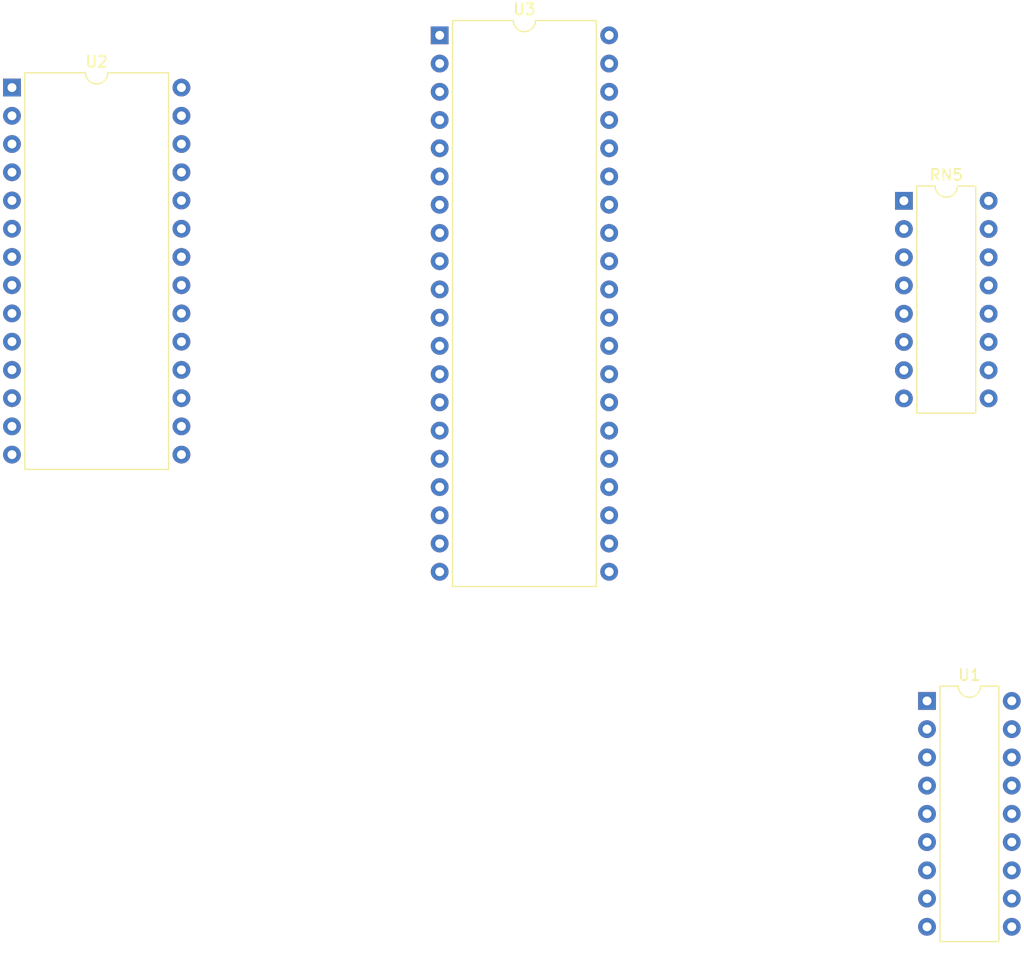
<source format=kicad_pcb>
(kicad_pcb (version 20221018) (generator pcbnew)
  (layers (0 "F.Cu" signal) (31 "B.Cu" signal) (34 "B.Paste" user) (35 "F.Paste" user) (36 "B.SilkS" user "B.Silkscreen") (37 "F.SilkS" user "F.Silkscreen") (38 "B.Mask" user) (39 "F.Mask" user) (44 "Edge.Cuts" user))
  (net 0 "")
  (net 33 "~{INTRCS}'")
  (net 34 "~{XIOW}'")
  (net 35 "~{XIOR}'")
  (net 36 "XD7")
  (net 37 "XD6")
  (net 38 "XD5")
  (net 39 "XD4")
  (net 40 "XD3")
  (net 41 "XD2")
  (net 42 "XD1")
  (net 43 "XD0")
  (net 46 "GND")
  (net 48 "Net-(U2-~{SP}{slash}~{EN})")
  (net 50 "IRQ0")
  (net 51 "IRQ1")
  (net 52 "IRQ2")
  (net 53 "IRQ3")
  (net 54 "IRQ4")
  (net 55 "IRQ5")
  (net 56 "IRQ6")
  (net 57 "IRQ7")
  (net 59 "XA0")
  (net 60 "+5V")
  (footprint "Package_DIP:DIP-18_W7.62mm" (layer "F.Cu") (at 133.18 87.62)
    (fp_text reference "U1" (at 3.81 -2.33) (layer "F.SilkS"))
    (fp_text value "8284A")
    (fp_line (start 1.16 -1.33) (end 1.16 21.65) (stroke (width 0.12)) (layer "F.SilkS"))
    (fp_line (start 1.16 21.65) (end 6.46 21.65) (stroke (width 0.12)) (layer "F.SilkS"))
    (fp_line (start 2.81 -1.33) (end 1.16 -1.33) (stroke (width 0.12)) (layer "F.SilkS"))
    (fp_line (start 6.46 -1.33) (end 4.81 -1.33) (stroke (width 0.12)) (layer "F.SilkS"))
    (fp_line (start 6.46 21.65) (end 6.46 -1.33) (stroke (width 0.12)) (layer "F.SilkS"))
    (fp_arc (start 4.81 -1.33) (mid 3.81 -0.33) (end 2.81 -1.33) (stroke (width 0.12)) (layer "F.SilkS"))
    (pad "1" thru_hole rect (at 0 0) (size 1.6 1.6) (drill 0.8) (layers "*.Cu" "*.Mask"))
    (pad "2" thru_hole oval (at 0 2.54) (size 1.6 1.6) (drill 0.8) (layers "*.Cu" "*.Mask"))
    (pad "3" thru_hole oval (at 0 5.08) (size 1.6 1.6) (drill 0.8) (layers "*.Cu" "*.Mask"))
    (pad "4" thru_hole oval (at 0 7.62) (size 1.6 1.6) (drill 0.8) (layers "*.Cu" "*.Mask"))
    (pad "5" thru_hole oval (at 0 10.16) (size 1.6 1.6) (drill 0.8) (layers "*.Cu" "*.Mask"))
    (pad "6" thru_hole oval (at 0 12.7) (size 1.6 1.6) (drill 0.8) (layers "*.Cu" "*.Mask"))
    (pad "7" thru_hole oval (at 0 15.24) (size 1.6 1.6) (drill 0.8) (layers "*.Cu" "*.Mask"))
    (pad "8" thru_hole oval (at 0 17.78) (size 1.6 1.6) (drill 0.8) (layers "*.Cu" "*.Mask"))
    (pad "9" thru_hole oval (at 0 20.32) (size 1.6 1.6) (drill 0.8) (layers "*.Cu" "*.Mask"))
    (pad "10" thru_hole oval (at 7.62 20.32) (size 1.6 1.6) (drill 0.8) (layers "*.Cu" "*.Mask"))
    (pad "11" thru_hole oval (at 7.62 17.78) (size 1.6 1.6) (drill 0.8) (layers "*.Cu" "*.Mask"))
    (pad "12" thru_hole oval (at 7.62 15.24) (size 1.6 1.6) (drill 0.8) (layers "*.Cu" "*.Mask"))
    (pad "13" thru_hole oval (at 7.62 12.7) (size 1.6 1.6) (drill 0.8) (layers "*.Cu" "*.Mask"))
    (pad "14" thru_hole oval (at 7.62 10.16) (size 1.6 1.6) (drill 0.8) (layers "*.Cu" "*.Mask"))
    (pad "15" thru_hole oval (at 7.62 7.62) (size 1.6 1.6) (drill 0.8) (layers "*.Cu" "*.Mask"))
    (pad "16" thru_hole oval (at 7.62 5.08) (size 1.6 1.6) (drill 0.8) (layers "*.Cu" "*.Mask"))
    (pad "17" thru_hole oval (at 7.62 2.54) (size 1.6 1.6) (drill 0.8) (layers "*.Cu" "*.Mask"))
    (pad "18" thru_hole oval (at 7.62 0) (size 1.6 1.6) (drill 0.8) (layers "*.Cu" "*.Mask"))
  )
  (footprint "Package_DIP:DIP-28_W15.24mm" (layer "F.Cu") (at 50.9 32.44)
    (fp_text reference "U2" (at 7.62 -2.33) (layer "F.SilkS"))
    (fp_text value "8259A")
    (fp_line (start 1.16 -1.33) (end 1.16 34.35) (stroke (width 0.12)) (layer "F.SilkS"))
    (fp_line (start 1.16 34.35) (end 14.08 34.35) (stroke (width 0.12)) (layer "F.SilkS"))
    (fp_line (start 6.62 -1.33) (end 1.16 -1.33) (stroke (width 0.12)) (layer "F.SilkS"))
    (fp_line (start 14.08 -1.33) (end 8.62 -1.33) (stroke (width 0.12)) (layer "F.SilkS"))
    (fp_line (start 14.08 34.35) (end 14.08 -1.33) (stroke (width 0.12)) (layer "F.SilkS"))
    (fp_arc (start 8.62 -1.33) (mid 7.62 -0.33) (end 6.62 -1.33) (stroke (width 0.12)) (layer "F.SilkS"))
    (pad "1" thru_hole rect (at 0 0) (size 1.6 1.6) (drill 0.8) (layers "*.Cu" "*.Mask") (net 33 "~{INTRCS}'"))
    (pad "2" thru_hole oval (at 0 2.54) (size 1.6 1.6) (drill 0.8) (layers "*.Cu" "*.Mask") (net 34 "~{XIOW}'"))
    (pad "3" thru_hole oval (at 0 5.08) (size 1.6 1.6) (drill 0.8) (layers "*.Cu" "*.Mask") (net 35 "~{XIOR}'"))
    (pad "4" thru_hole oval (at 0 7.62) (size 1.6 1.6) (drill 0.8) (layers "*.Cu" "*.Mask") (net 36 "XD7"))
    (pad "5" thru_hole oval (at 0 10.16) (size 1.6 1.6) (drill 0.8) (layers "*.Cu" "*.Mask") (net 37 "XD6"))
    (pad "6" thru_hole oval (at 0 12.7) (size 1.6 1.6) (drill 0.8) (layers "*.Cu" "*.Mask") (net 38 "XD5"))
    (pad "7" thru_hole oval (at 0 15.24) (size 1.6 1.6) (drill 0.8) (layers "*.Cu" "*.Mask") (net 39 "XD4"))
    (pad "8" thru_hole oval (at 0 17.78) (size 1.6 1.6) (drill 0.8) (layers "*.Cu" "*.Mask") (net 40 "XD3"))
    (pad "9" thru_hole oval (at 0 20.32) (size 1.6 1.6) (drill 0.8) (layers "*.Cu" "*.Mask") (net 41 "XD2"))
    (pad "10" thru_hole oval (at 0 22.86) (size 1.6 1.6) (drill 0.8) (layers "*.Cu" "*.Mask") (net 42 "XD1"))
    (pad "11" thru_hole oval (at 0 25.4) (size 1.6 1.6) (drill 0.8) (layers "*.Cu" "*.Mask") (net 43 "XD0"))
    (pad "12" thru_hole oval (at 0 27.94) (size 1.6 1.6) (drill 0.8) (layers "*.Cu" "*.Mask"))
    (pad "13" thru_hole oval (at 0 30.48) (size 1.6 1.6) (drill 0.8) (layers "*.Cu" "*.Mask"))
    (pad "14" thru_hole oval (at 0 33.02) (size 1.6 1.6) (drill 0.8) (layers "*.Cu" "*.Mask") (net 46 "GND"))
    (pad "15" thru_hole oval (at 15.24 33.02) (size 1.6 1.6) (drill 0.8) (layers "*.Cu" "*.Mask"))
    (pad "16" thru_hole oval (at 15.24 30.48) (size 1.6 1.6) (drill 0.8) (layers "*.Cu" "*.Mask") (net 48 "Net-(U2-~{SP}{slash}~{EN})"))
    (pad "17" thru_hole oval (at 15.24 27.94) (size 1.6 1.6) (drill 0.8) (layers "*.Cu" "*.Mask"))
    (pad "18" thru_hole oval (at 15.24 25.4) (size 1.6 1.6) (drill 0.8) (layers "*.Cu" "*.Mask") (net 50 "IRQ0"))
    (pad "19" thru_hole oval (at 15.24 22.86) (size 1.6 1.6) (drill 0.8) (layers "*.Cu" "*.Mask") (net 51 "IRQ1"))
    (pad "20" thru_hole oval (at 15.24 20.32) (size 1.6 1.6) (drill 0.8) (layers "*.Cu" "*.Mask") (net 52 "IRQ2"))
    (pad "21" thru_hole oval (at 15.24 17.78) (size 1.6 1.6) (drill 0.8) (layers "*.Cu" "*.Mask") (net 53 "IRQ3"))
    (pad "22" thru_hole oval (at 15.24 15.24) (size 1.6 1.6) (drill 0.8) (layers "*.Cu" "*.Mask") (net 54 "IRQ4"))
    (pad "23" thru_hole oval (at 15.24 12.7) (size 1.6 1.6) (drill 0.8) (layers "*.Cu" "*.Mask") (net 55 "IRQ5"))
    (pad "24" thru_hole oval (at 15.24 10.16) (size 1.6 1.6) (drill 0.8) (layers "*.Cu" "*.Mask") (net 56 "IRQ6"))
    (pad "25" thru_hole oval (at 15.24 7.62) (size 1.6 1.6) (drill 0.8) (layers "*.Cu" "*.Mask") (net 57 "IRQ7"))
    (pad "26" thru_hole oval (at 15.24 5.08) (size 1.6 1.6) (drill 0.8) (layers "*.Cu" "*.Mask"))
    (pad "27" thru_hole oval (at 15.24 2.54) (size 1.6 1.6) (drill 0.8) (layers "*.Cu" "*.Mask") (net 59 "XA0"))
    (pad "28" thru_hole oval (at 15.24 0) (size 1.6 1.6) (drill 0.8) (layers "*.Cu" "*.Mask") (net 60 "+5V"))
  )
  (footprint "Package_DIP:DIP-16_W7.62mm" (layer "F.Cu") (at 131.1 42.625)
    (fp_text reference "RN5" (at 3.81 -2.33) (layer "F.SilkS"))
    (fp_text value "4.7K")
    (fp_line (start 1.16 -1.33) (end 1.16 19.11) (stroke (width 0.12)) (layer "F.SilkS"))
    (fp_line (start 1.16 19.11) (end 6.46 19.11) (stroke (width 0.12)) (layer "F.SilkS"))
    (fp_line (start 2.81 -1.33) (end 1.16 -1.33) (stroke (width 0.12)) (layer "F.SilkS"))
    (fp_line (start 6.46 -1.33) (end 4.81 -1.33) (stroke (width 0.12)) (layer "F.SilkS"))
    (fp_line (start 6.46 19.11) (end 6.46 -1.33) (stroke (width 0.12)) (layer "F.SilkS"))
    (fp_arc (start 4.81 -1.33) (mid 3.81 -0.33) (end 2.81 -1.33) (stroke (width 0.12)) (layer "F.SilkS"))
    (pad "1" thru_hole rect (at 0 0) (size 1.6 1.6) (drill 0.8) (layers "*.Cu" "*.Mask"))
    (pad "2" thru_hole oval (at 0 2.54) (size 1.6 1.6) (drill 0.8) (layers "*.Cu" "*.Mask"))
    (pad "3" thru_hole oval (at 0 5.08) (size 1.6 1.6) (drill 0.8) (layers "*.Cu" "*.Mask"))
    (pad "4" thru_hole oval (at 0 7.62) (size 1.6 1.6) (drill 0.8) (layers "*.Cu" "*.Mask"))
    (pad "5" thru_hole oval (at 0 10.16) (size 1.6 1.6) (drill 0.8) (layers "*.Cu" "*.Mask"))
    (pad "6" thru_hole oval (at 0 12.7) (size 1.6 1.6) (drill 0.8) (layers "*.Cu" "*.Mask"))
    (pad "7" thru_hole oval (at 0 15.24) (size 1.6 1.6) (drill 0.8) (layers "*.Cu" "*.Mask") (net 48 "Net-(U2-~{SP}{slash}~{EN})"))
    (pad "8" thru_hole oval (at 0 17.78) (size 1.6 1.6) (drill 0.8) (layers "*.Cu" "*.Mask"))
    (pad "9" thru_hole oval (at 7.62 17.78) (size 1.6 1.6) (drill 0.8) (layers "*.Cu" "*.Mask"))
    (pad "10" thru_hole oval (at 7.62 15.24) (size 1.6 1.6) (drill 0.8) (layers "*.Cu" "*.Mask"))
    (pad "11" thru_hole oval (at 7.62 12.7) (size 1.6 1.6) (drill 0.8) (layers "*.Cu" "*.Mask"))
    (pad "12" thru_hole oval (at 7.62 10.16) (size 1.6 1.6) (drill 0.8) (layers "*.Cu" "*.Mask"))
    (pad "13" thru_hole oval (at 7.62 7.62) (size 1.6 1.6) (drill 0.8) (layers "*.Cu" "*.Mask"))
    (pad "14" thru_hole oval (at 7.62 5.08) (size 1.6 1.6) (drill 0.8) (layers "*.Cu" "*.Mask"))
    (pad "15" thru_hole oval (at 7.62 2.54) (size 1.6 1.6) (drill 0.8) (layers "*.Cu" "*.Mask"))
    (pad "16" thru_hole oval (at 7.62 0) (size 1.6 1.6) (drill 0.8) (layers "*.Cu" "*.Mask") (net 60 "+5V"))
  )
  (footprint "Package_DIP:DIP-40_W15.24mm" (layer "F.Cu") (at 89.36 27.74)
    (fp_text reference "U3" (at 7.62 -2.33) (layer "F.SilkS"))
    (fp_text value "8088")
    (fp_line (start 1.16 -1.33) (end 1.16 49.59) (stroke (width 0.12)) (layer "F.SilkS"))
    (fp_line (start 1.16 49.59) (end 14.08 49.59) (stroke (width 0.12)) (layer "F.SilkS"))
    (fp_line (start 6.62 -1.33) (end 1.16 -1.33) (stroke (width 0.12)) (layer "F.SilkS"))
    (fp_line (start 14.08 -1.33) (end 8.62 -1.33) (stroke (width 0.12)) (layer "F.SilkS"))
    (fp_line (start 14.08 49.59) (end 14.08 -1.33) (stroke (width 0.12)) (layer "F.SilkS"))
    (fp_arc (start 8.62 -1.33) (mid 7.62 -0.33) (end 6.62 -1.33) (stroke (width 0.12)) (layer "F.SilkS"))
    (pad "1" thru_hole rect (at 0 0) (size 1.6 1.6) (drill 0.8) (layers "*.Cu" "*.Mask"))
    (pad "2" thru_hole oval (at 0 2.54) (size 1.6 1.6) (drill 0.8) (layers "*.Cu" "*.Mask"))
    (pad "3" thru_hole oval (at 0 5.08) (size 1.6 1.6) (drill 0.8) (layers "*.Cu" "*.Mask"))
    (pad "4" thru_hole oval (at 0 7.62) (size 1.6 1.6) (drill 0.8) (layers "*.Cu" "*.Mask"))
    (pad "5" thru_hole oval (at 0 10.16) (size 1.6 1.6) (drill 0.8) (layers "*.Cu" "*.Mask"))
    (pad "6" thru_hole oval (at 0 12.7) (size 1.6 1.6) (drill 0.8) (layers "*.Cu" "*.Mask"))
    (pad "7" thru_hole oval (at 0 15.24) (size 1.6 1.6) (drill 0.8) (layers "*.Cu" "*.Mask"))
    (pad "8" thru_hole oval (at 0 17.78) (size 1.6 1.6) (drill 0.8) (layers "*.Cu" "*.Mask"))
    (pad "9" thru_hole oval (at 0 20.32) (size 1.6 1.6) (drill 0.8) (layers "*.Cu" "*.Mask"))
    (pad "10" thru_hole oval (at 0 22.86) (size 1.6 1.6) (drill 0.8) (layers "*.Cu" "*.Mask"))
    (pad "11" thru_hole oval (at 0 25.4) (size 1.6 1.6) (drill 0.8) (layers "*.Cu" "*.Mask"))
    (pad "12" thru_hole oval (at 0 27.94) (size 1.6 1.6) (drill 0.8) (layers "*.Cu" "*.Mask") (net 36 "XD7"))
    (pad "13" thru_hole oval (at 0 30.48) (size 1.6 1.6) (drill 0.8) (layers "*.Cu" "*.Mask") (net 37 "XD6"))
    (pad "14" thru_hole oval (at 0 33.02) (size 1.6 1.6) (drill 0.8) (layers "*.Cu" "*.Mask") (net 38 "XD5"))
    (pad "15" thru_hole oval (at 0 35.56) (size 1.6 1.6) (drill 0.8) (layers "*.Cu" "*.Mask") (net 39 "XD4"))
    (pad "16" thru_hole oval (at 0 38.1) (size 1.6 1.6) (drill 0.8) (layers "*.Cu" "*.Mask") (net 40 "XD3"))
    (pad "17" thru_hole oval (at 0 40.64) (size 1.6 1.6) (drill 0.8) (layers "*.Cu" "*.Mask") (net 41 "XD2"))
    (pad "18" thru_hole oval (at 0 43.18) (size 1.6 1.6) (drill 0.8) (layers "*.Cu" "*.Mask"))
    (pad "19" thru_hole oval (at 0 45.72) (size 1.6 1.6) (drill 0.8) (layers "*.Cu" "*.Mask") (net 43 "XD0"))
    (pad "20" thru_hole oval (at 0 48.26) (size 1.6 1.6) (drill 0.8) (layers "*.Cu" "*.Mask"))
    (pad "21" thru_hole oval (at 15.24 48.26) (size 1.6 1.6) (drill 0.8) (layers "*.Cu" "*.Mask") (net 42 "XD1"))
    (pad "22" thru_hole oval (at 15.24 45.72) (size 1.6 1.6) (drill 0.8) (layers "*.Cu" "*.Mask"))
    (pad "23" thru_hole oval (at 15.24 43.18) (size 1.6 1.6) (drill 0.8) (layers "*.Cu" "*.Mask"))
    (pad "24" thru_hole oval (at 15.24 40.64) (size 1.6 1.6) (drill 0.8) (layers "*.Cu" "*.Mask"))
    (pad "25" thru_hole oval (at 15.24 38.1) (size 1.6 1.6) (drill 0.8) (layers "*.Cu" "*.Mask"))
    (pad "26" thru_hole oval (at 15.24 35.56) (size 1.6 1.6) (drill 0.8) (layers "*.Cu" "*.Mask"))
    (pad "27" thru_hole oval (at 15.24 33.02) (size 1.6 1.6) (drill 0.8) (layers "*.Cu" "*.Mask"))
    (pad "28" thru_hole oval (at 15.24 30.48) (size 1.6 1.6) (drill 0.8) (layers "*.Cu" "*.Mask"))
    (pad "29" thru_hole oval (at 15.24 27.94) (size 1.6 1.6) (drill 0.8) (layers "*.Cu" "*.Mask"))
    (pad "30" thru_hole oval (at 15.24 25.4) (size 1.6 1.6) (drill 0.8) (layers "*.Cu" "*.Mask"))
    (pad "31" thru_hole oval (at 15.24 22.86) (size 1.6 1.6) (drill 0.8) (layers "*.Cu" "*.Mask"))
    (pad "32" thru_hole oval (at 15.24 20.32) (size 1.6 1.6) (drill 0.8) (layers "*.Cu" "*.Mask"))
    (pad "33" thru_hole oval (at 15.24 17.78) (size 1.6 1.6) (drill 0.8) (layers "*.Cu" "*.Mask"))
    (pad "34" thru_hole oval (at 15.24 15.24) (size 1.6 1.6) (drill 0.8) (layers "*.Cu" "*.Mask"))
    (pad "35" thru_hole oval (at 15.24 12.7) (size 1.6 1.6) (drill 0.8) (layers "*.Cu" "*.Mask"))
    (pad "36" thru_hole oval (at 15.24 10.16) (size 1.6 1.6) (drill 0.8) (layers "*.Cu" "*.Mask"))
    (pad "37" thru_hole oval (at 15.24 7.62) (size 1.6 1.6) (drill 0.8) (layers "*.Cu" "*.Mask"))
    (pad "38" thru_hole oval (at 15.24 5.08) (size 1.6 1.6) (drill 0.8) (layers "*.Cu" "*.Mask"))
    (pad "39" thru_hole oval (at 15.24 2.54) (size 1.6 1.6) (drill 0.8) (layers "*.Cu" "*.Mask"))
    (pad "40" thru_hole oval (at 15.24 0) (size 1.6 1.6) (drill 0.8) (layers "*.Cu" "*.Mask"))
  )
)
</source>
